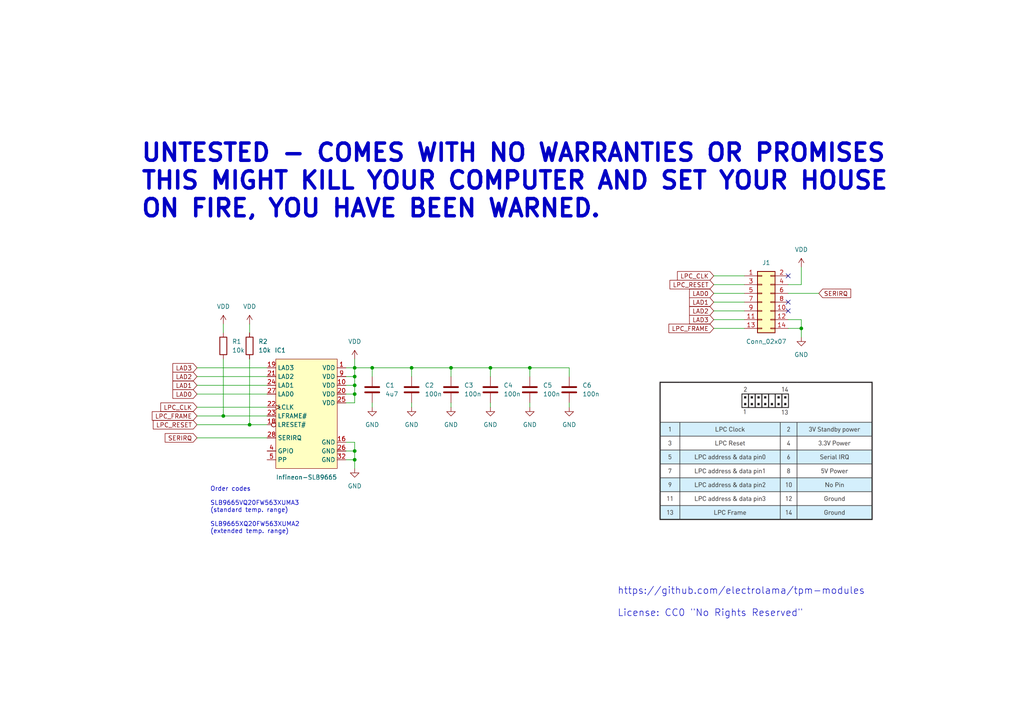
<source format=kicad_sch>
(kicad_sch (version 20230121) (generator eeschema)
  (paper "A4")
  (lib_symbols
    (symbol "Connector_Generic:Conn_02x07_Odd_Even" (pin_names (offset 1.016) hide)
      (property "Reference" "J" (at 1.27 10.16 0))
      (property "Value" "Conn_02x07_Odd_Even" (at 1.27 -10.16 0))
      (symbol "Conn_02x07_Odd_Even_1_1"
        (rectangle (start -1.27 -7.493) (end 0 -7.747) (stroke (width 0.1524)))
        (rectangle (start -1.27 -4.953) (end 0 -5.207) (stroke (width 0.1524)))
        (rectangle (start -1.27 -2.413) (end 0 -2.667) (stroke (width 0.1524)))
        (rectangle (start -1.27 0.127) (end 0 -0.127) (stroke (width 0.1524)))
        (rectangle (start -1.27 2.667) (end 0 2.413) (stroke (width 0.1524)))
        (rectangle (start -1.27 5.207) (end 0 4.953) (stroke (width 0.1524)))
        (rectangle (start -1.27 7.747) (end 0 7.493) (stroke (width 0.1524)))
        (rectangle (start -1.27 8.89) (end 3.81 -8.89) (stroke (width 0.254)) (fill (type background)))
        (rectangle (start 3.81 -7.493) (end 2.54 -7.747) (stroke (width 0.1524)))
        (rectangle (start 3.81 -4.953) (end 2.54 -5.207) (stroke (width 0.1524)))
        (rectangle (start 3.81 -2.413) (end 2.54 -2.667) (stroke (width 0.1524)))
        (rectangle (start 3.81 0.127) (end 2.54 -0.127) (stroke (width 0.1524)))
        (rectangle (start 3.81 2.667) (end 2.54 2.413) (stroke (width 0.1524)))
        (rectangle (start 3.81 5.207) (end 2.54 4.953) (stroke (width 0.1524)))
        (rectangle (start 3.81 7.747) (end 2.54 7.493) (stroke (width 0.1524)))
        (pin passive line (at -5.08 7.62 0) (length 3.81) (name "Pin_1") (number "1"))
        (pin passive line (at 7.62 -2.54 180) (length 3.81) (name "Pin_10") (number "10"))
        (pin passive line (at -5.08 -5.08 0) (length 3.81) (name "Pin_11") (number "11"))
        (pin passive line (at 7.62 -5.08 180) (length 3.81) (name "Pin_12") (number "12"))
        (pin passive line (at -5.08 -7.62 0) (length 3.81) (name "Pin_13") (number "13"))
        (pin passive line (at 7.62 -7.62 180) (length 3.81) (name "Pin_14") (number "14"))
        (pin passive line (at 7.62 7.62 180) (length 3.81) (name "Pin_2") (number "2"))
        (pin passive line (at -5.08 5.08 0) (length 3.81) (name "Pin_3") (number "3"))
        (pin passive line (at 7.62 5.08 180) (length 3.81) (name "Pin_4") (number "4"))
        (pin passive line (at -5.08 2.54 0) (length 3.81) (name "Pin_5") (number "5"))
        (pin passive line (at 7.62 2.54 180) (length 3.81) (name "Pin_6") (number "6"))
        (pin passive line (at -5.08 0 0) (length 3.81) (name "Pin_7") (number "7"))
        (pin passive line (at 7.62 0 180) (length 3.81) (name "Pin_8") (number "8"))
        (pin passive line (at -5.08 -2.54 0) (length 3.81) (name "Pin_9") (number "9"))
      )
    )
    (symbol "Device:C" (pin_numbers hide) (pin_names (offset 0.254))
      (property "Reference" "C" (at 0.635 2.54 0))
      (property "Value" "C" (at 0.635 -2.54 0))
      (symbol "C_0_1"
        (polyline (pts (xy -2.032 -0.762) (xy 2.032 -0.762)) (stroke (width 0.508)))
        (polyline (pts (xy -2.032 0.762) (xy 2.032 0.762)) (stroke (width 0.508)))
      )
      (symbol "C_1_1"
        (pin passive line (at 0 3.81 270) (length 2.794) (name "~") (number "1"))
        (pin passive line (at 0 -3.81 90) (length 2.794) (name "~") (number "2"))
      )
    )
    (symbol "Device:R" (pin_numbers hide) (pin_names (offset 0))
      (property "Reference" "R" (at 2.032 0 90))
      (property "Value" "R" (at 0 0 90))
      (symbol "R_0_1"
        (rectangle (start -1.016 -2.54) (end 1.016 2.54) (stroke (width 0.254)))
      )
      (symbol "R_1_1"
        (pin passive line (at 0 3.81 270) (length 1.27) (name "~") (number "1"))
        (pin passive line (at 0 -3.81 90) (length 1.27) (name "~") (number "2"))
      )
    )
    (symbol "power:GND" (power) (pin_names (offset 0))
      (property "Value" "GND" (at 0 -3.81 0))
      (symbol "GND_0_1"
        (polyline (pts (xy 0 0) (xy 0 -1.27) (xy 1.27 -1.27) (xy 0 -2.54) (xy -1.27 -1.27) (xy 0 -1.27)))
      )
      (symbol "GND_1_1"
        (pin power_in line (at 0 0 270) (length 0) hide (name "GND") (number "1"))
      )
    )
    (symbol "power:VDD" (power) (pin_names (offset 0))
      (property "Value" "VDD" (at 0 3.81 0))
      (symbol "VDD_0_1"
        (polyline (pts (xy -0.762 1.27) (xy 0 2.54)))
        (polyline (pts (xy 0 0) (xy 0 2.54)))
        (polyline (pts (xy 0 2.54) (xy 0.762 1.27)))
      )
      (symbol "VDD_1_1"
        (pin power_in line (at 0 0 90) (length 0) hide (name "VDD") (number "1"))
      )
    )
    (symbol "tpm:Infineon-SLB9665"
      (property "Reference" "IC" (at -7.62 17.78 0))
      (property "Value" "Infineon-SLB9665" (at 0 -16.51 0))
      (symbol "Infineon-SLB9665_0_1"
        (rectangle (start -8.89 16.51) (end 8.89 -15.24) (stroke (width 0.1524)) (fill (type background)))
      )
      (symbol "Infineon-SLB9665_1_1"
        (pin power_in line (at 11.43 13.97 180) (length 2.54) (name "VDD") (number "1"))
        (pin power_in line (at 11.43 8.89 180) (length 2.54) (name "VDD") (number "10"))
        (pin power_in line (at 11.43 -7.62 180) (length 2.54) (name "GND") (number "16"))
        (pin input inverted (at -11.43 -2.54 0) (length 2.54) (name "LRESET#") (number "18"))
        (pin bidirectional line (at -11.43 13.97 0) (length 2.54) (name "LAD3") (number "19"))
        (pin power_in line (at 11.43 6.35 180) (length 2.54) (name "VDD") (number "20"))
        (pin bidirectional line (at -11.43 11.43 0) (length 2.54) (name "LAD2") (number "21"))
        (pin input clock (at -11.43 2.54 0) (length 2.54) (name "LCLK") (number "22"))
        (pin input line (at -11.43 0 0) (length 2.54) (name "LFRAME#") (number "23"))
        (pin bidirectional line (at -11.43 8.89 0) (length 2.54) (name "LAD1") (number "24"))
        (pin power_in line (at 11.43 3.81 180) (length 2.54) (name "VDD") (number "25"))
        (pin power_in line (at 11.43 -10.16 180) (length 2.54) (name "GND") (number "26"))
        (pin bidirectional line (at -11.43 6.35 0) (length 2.54) (name "LAD0") (number "27"))
        (pin bidirectional line (at -11.43 -6.35 0) (length 2.54) (name "SERIRQ") (number "28"))
        (pin power_in line (at 11.43 -12.7 180) (length 2.54) (name "GND") (number "32"))
        (pin bidirectional line (at -11.43 -10.16 0) (length 2.54) (name "GPIO") (number "4"))
        (pin input line (at -11.43 -12.7 0) (length 2.54) (name "PP") (number "5"))
        (pin power_in line (at 11.43 11.43 180) (length 2.54) (name "VDD") (number "9"))
      )
    )
  )
  (junction (at 102.87 114.3) (diameter 0.9144))
  (junction (at 64.77 120.65) (diameter 0.9144))
  (junction (at 232.41 95.25) (diameter 0.9144))
  (junction (at 142.24 106.68) (diameter 0.9144))
  (junction (at 153.67 106.68) (diameter 0.9144))
  (junction (at 119.38 106.68) (diameter 0.9144))
  (junction (at 72.39 123.19) (diameter 0.9144))
  (junction (at 102.87 109.22) (diameter 0.9144))
  (junction (at 102.87 133.35) (diameter 0.9144))
  (junction (at 130.81 106.68) (diameter 0.9144))
  (junction (at 107.95 106.68) (diameter 0.9144))
  (junction (at 102.87 130.81) (diameter 0.9144))
  (junction (at 102.87 111.76) (diameter 0.9144))
  (junction (at 102.87 106.68) (diameter 0.9144))
  (no_connect (at 228.6 80.01))
  (no_connect (at 228.6 87.63))
  (no_connect (at 228.6 90.17))
  (wire (pts (xy 72.39 93.98) (xy 72.39 96.52)))
  (wire (pts (xy 207.01 90.17) (xy 215.9 90.17)))
  (wire (pts (xy 57.15 127) (xy 77.47 127)))
  (wire (pts (xy 57.15 111.76) (xy 77.47 111.76)))
  (wire (pts (xy 57.15 106.68) (xy 77.47 106.68)))
  (wire (pts (xy 100.33 130.81) (xy 102.87 130.81)))
  (wire (pts (xy 102.87 130.81) (xy 102.87 133.35)))
  (wire (pts (xy 57.15 118.11) (xy 77.47 118.11)))
  (wire (pts (xy 153.67 116.84) (xy 153.67 118.11)))
  (wire (pts (xy 100.33 114.3) (xy 102.87 114.3)))
  (wire (pts (xy 102.87 111.76) (xy 102.87 114.3)))
  (wire (pts (xy 100.33 109.22) (xy 102.87 109.22)))
  (wire (pts (xy 102.87 106.68) (xy 102.87 109.22)))
  (wire (pts (xy 130.81 106.68) (xy 130.81 109.22)))
  (wire (pts (xy 207.01 92.71) (xy 215.9 92.71)))
  (wire (pts (xy 153.67 106.68) (xy 165.1 106.68)))
  (wire (pts (xy 57.15 120.65) (xy 64.77 120.65)))
  (wire (pts (xy 64.77 120.65) (xy 77.47 120.65)))
  (wire (pts (xy 72.39 104.14) (xy 72.39 123.19)))
  (wire (pts (xy 57.15 123.19) (xy 72.39 123.19)))
  (wire (pts (xy 72.39 123.19) (xy 77.47 123.19)))
  (wire (pts (xy 100.33 133.35) (xy 102.87 133.35)))
  (wire (pts (xy 102.87 133.35) (xy 102.87 135.89)))
  (wire (pts (xy 107.95 116.84) (xy 107.95 118.11)))
  (wire (pts (xy 100.33 111.76) (xy 102.87 111.76)))
  (wire (pts (xy 102.87 109.22) (xy 102.87 111.76)))
  (wire (pts (xy 207.01 82.55) (xy 215.9 82.55)))
  (wire (pts (xy 165.1 106.68) (xy 165.1 109.22)))
  (wire (pts (xy 119.38 106.68) (xy 130.81 106.68)))
  (wire (pts (xy 207.01 95.25) (xy 215.9 95.25)))
  (wire (pts (xy 57.15 114.3) (xy 77.47 114.3)))
  (wire (pts (xy 228.6 82.55) (xy 232.41 82.55)))
  (wire (pts (xy 102.87 106.68) (xy 107.95 106.68)))
  (wire (pts (xy 207.01 85.09) (xy 215.9 85.09)))
  (wire (pts (xy 100.33 128.27) (xy 102.87 128.27)))
  (wire (pts (xy 102.87 128.27) (xy 102.87 130.81)))
  (wire (pts (xy 57.15 109.22) (xy 77.47 109.22)))
  (wire (pts (xy 232.41 77.47) (xy 232.41 82.55)))
  (wire (pts (xy 107.95 106.68) (xy 119.38 106.68)))
  (wire (pts (xy 228.6 95.25) (xy 232.41 95.25)))
  (wire (pts (xy 64.77 93.98) (xy 64.77 96.52)))
  (wire (pts (xy 130.81 106.68) (xy 142.24 106.68)))
  (wire (pts (xy 142.24 106.68) (xy 142.24 109.22)))
  (wire (pts (xy 100.33 106.68) (xy 102.87 106.68)))
  (wire (pts (xy 107.95 106.68) (xy 107.95 109.22)))
  (wire (pts (xy 119.38 106.68) (xy 119.38 109.22)))
  (wire (pts (xy 64.77 104.14) (xy 64.77 120.65)))
  (wire (pts (xy 130.81 116.84) (xy 130.81 118.11)))
  (wire (pts (xy 153.67 106.68) (xy 153.67 109.22)))
  (wire (pts (xy 119.38 116.84) (xy 119.38 118.11)))
  (wire (pts (xy 228.6 85.09) (xy 237.49 85.09)))
  (wire (pts (xy 142.24 116.84) (xy 142.24 118.11)))
  (wire (pts (xy 207.01 87.63) (xy 215.9 87.63)))
  (wire (pts (xy 207.01 80.01) (xy 215.9 80.01)))
  (wire (pts (xy 142.24 106.68) (xy 153.67 106.68)))
  (wire (pts (xy 102.87 104.14) (xy 102.87 106.68)))
  (wire (pts (xy 100.33 116.84) (xy 102.87 116.84)))
  (wire (pts (xy 102.87 114.3) (xy 102.87 116.84)))
  (wire (pts (xy 228.6 92.71) (xy 232.41 92.71)))
  (wire (pts (xy 232.41 92.71) (xy 232.41 95.25)))
  (wire (pts (xy 232.41 95.25) (xy 232.41 97.79)))
  (wire (pts (xy 165.1 116.84) (xy 165.1 118.11)))
  (image (at 222.25 130.81))
  (text "Order codes\n\nSLB9665VQ20FW563XUMA3\n(standard temp. range)\n\nSLB9665XQ20FW563XUMA2\n(extended temp. range)" (at 60.96 154.94 0) (effects (font (size 1.27 1.27)) (justify left bottom)))
  (text "https://github.com/electrolama/tpm-modules\n\nLicense: CC0 \"No Rights Reserved\"" (at 179.07 179.07 0) (effects (font (size 2 2)) (justify left bottom)))
  (text "UNTESTED - COMES WITH NO WARRANTIES OR PROMISES\nTHIS MIGHT KILL YOUR COMPUTER AND SET YOUR HOUSE\nON FIRE, YOU HAVE BEEN WARNED." (at 40.64 63.5 0) (effects (font (size 5 5) (thickness 1) bold) (justify left bottom)))
  (global_label "LAD0" (shape input) (at 207.01 85.09 180) (property "Intersheetrefs" "${INTERSHEET_REFS}" (effects hide)))
  (global_label "LPC_CLK" (shape input) (at 57.15 118.11 180) (property "Intersheetrefs" "${INTERSHEET_REFS}" (effects hide)))
  (global_label "LPC_CLK" (shape input) (at 207.01 80.01 180) (property "Intersheetrefs" "${INTERSHEET_REFS}" (effects hide)))
  (global_label "SERIRQ" (shape input) (at 57.15 127 180) (property "Intersheetrefs" "${INTERSHEET_REFS}" (effects hide)))
  (global_label "LAD3" (shape input) (at 207.01 92.71 180) (property "Intersheetrefs" "${INTERSHEET_REFS}" (effects hide)))
  (global_label "LPC_FRAME" (shape input) (at 57.15 120.65 180) (property "Intersheetrefs" "${INTERSHEET_REFS}" (effects hide)))
  (global_label "LAD3" (shape input) (at 57.15 106.68 180) (property "Intersheetrefs" "${INTERSHEET_REFS}" (effects hide)))
  (global_label "LAD2" (shape input) (at 57.15 109.22 180) (property "Intersheetrefs" "${INTERSHEET_REFS}" (effects hide)))
  (global_label "LPC_RESET" (shape input) (at 57.15 123.19 180) (property "Intersheetrefs" "${INTERSHEET_REFS}" (effects hide)))
  (global_label "LAD1" (shape input) (at 207.01 87.63 180) (property "Intersheetrefs" "${INTERSHEET_REFS}" (effects hide)))
  (global_label "LAD2" (shape input) (at 207.01 90.17 180) (property "Intersheetrefs" "${INTERSHEET_REFS}" (effects hide)))
  (global_label "SERIRQ" (shape input) (at 237.49 85.09 0) (property "Intersheetrefs" "${INTERSHEET_REFS}" (effects hide)))
  (global_label "LPC_RESET" (shape input) (at 207.01 82.55 180) (property "Intersheetrefs" "${INTERSHEET_REFS}" (effects hide)))
  (global_label "LPC_FRAME" (shape input) (at 207.01 95.25 180) (property "Intersheetrefs" "${INTERSHEET_REFS}" (effects hide)))
  (global_label "LAD0" (shape input) (at 57.15 114.3 180) (property "Intersheetrefs" "${INTERSHEET_REFS}" (effects hide)))
  (global_label "LAD1" (shape input) (at 57.15 111.76 180) (property "Intersheetrefs" "${INTERSHEET_REFS}" (effects hide)))
  (symbol (lib_id "power:VDD") (at 102.87 104.14 0) (unit 1)
    (property "Reference" "#PWR03" (effects hide))
    (property "Value" "VDD" (at 102.87 99.06 0))
  )
  (symbol (lib_id "power:GND") (at 165.1 118.11 0) (unit 1)
    (property "Reference" "#PWR010" (effects hide))
    (property "Value" "GND" (at 165.1 123.19 0))
  )
  (symbol (lib_id "power:VDD") (at 232.41 77.47 0) (unit 1)
    (property "Reference" "#PWR011" (effects hide))
    (property "Value" "VDD" (at 232.41 72.39 0))
  )
  (symbol (lib_id "power:GND") (at 232.41 97.79 0) (unit 1)
    (property "Reference" "#PWR012" (effects hide))
    (property "Value" "GND" (at 232.41 102.87 0))
  )
  (symbol (lib_id "Device:R") (at 64.77 100.33 0) (unit 1)
    (property "Reference" "R1" (at 67.31 99.0599 0) (effects (justify left)))
    (property "Value" "10k" (at 67.31 101.5999 0) (effects (justify left)))
    (property "Footprint" "Resistor_SMD:R_0402_1005Metric" (effects hide))
  )
  (symbol (lib_id "power:GND") (at 107.95 118.11 0) (unit 1)
    (property "Reference" "#PWR05" (effects hide))
    (property "Value" "GND" (at 107.95 123.19 0))
  )
  (symbol (lib_id "Device:C") (at 153.67 113.03 0) (unit 1)
    (property "Reference" "C5" (at 157.48 111.7599 0) (effects (justify left)))
    (property "Value" "100n" (at 157.48 114.2999 0) (effects (justify left)))
    (property "Footprint" "Capacitor_SMD:C_0402_1005Metric" (effects hide))
  )
  (symbol (lib_id "power:GND") (at 153.67 118.11 0) (unit 1)
    (property "Reference" "#PWR09" (effects hide))
    (property "Value" "GND" (at 153.67 123.19 0))
  )
  (symbol (lib_id "Connector_Generic:Conn_02x07_Odd_Even") (at 220.98 87.63 0) (unit 1)
    (property "Reference" "J1" (at 222.25 76.2 0))
    (property "Value" "Conn_02x07" (at 222.25 99.06 0))
    (property "Footprint" "Connector_PinSocket_2.54mm:PinSocket_2x07_P2.54mm_Horizontal" (effects hide))
  )
  (symbol (lib_id "power:GND") (at 130.81 118.11 0) (unit 1)
    (property "Reference" "#PWR07" (effects hide))
    (property "Value" "GND" (at 130.81 123.19 0))
  )
  (symbol (lib_id "Device:C") (at 119.38 113.03 0) (unit 1)
    (property "Reference" "C2" (at 123.19 111.7599 0) (effects (justify left)))
    (property "Value" "100n" (at 123.19 114.2999 0) (effects (justify left)))
    (property "Footprint" "Capacitor_SMD:C_0402_1005Metric" (effects hide))
  )
  (symbol (lib_id "Device:C") (at 142.24 113.03 0) (unit 1)
    (property "Reference" "C4" (at 146.05 111.7599 0) (effects (justify left)))
    (property "Value" "100n" (at 146.05 114.2999 0) (effects (justify left)))
    (property "Footprint" "Capacitor_SMD:C_0402_1005Metric" (effects hide))
  )
  (symbol (lib_id "power:GND") (at 119.38 118.11 0) (unit 1)
    (property "Reference" "#PWR06" (effects hide))
    (property "Value" "GND" (at 119.38 123.19 0))
  )
  (symbol (lib_id "Device:C") (at 165.1 113.03 0) (unit 1)
    (property "Reference" "C6" (at 168.91 111.7599 0) (effects (justify left)))
    (property "Value" "100n" (at 168.91 114.2999 0) (effects (justify left)))
    (property "Footprint" "Capacitor_SMD:C_0402_1005Metric" (effects hide))
  )
  (symbol (lib_id "power:VDD") (at 64.77 93.98 0) (unit 1)
    (property "Reference" "#PWR01" (effects hide))
    (property "Value" "VDD" (at 64.77 88.9 0))
  )
  (symbol (lib_id "power:GND") (at 102.87 135.89 0) (unit 1)
    (property "Reference" "#PWR04" (effects hide))
    (property "Value" "GND" (at 102.87 140.97 0))
  )
  (symbol (lib_id "Device:R") (at 72.39 100.33 0) (unit 1)
    (property "Reference" "R2" (at 74.93 99.0599 0) (effects (justify left)))
    (property "Value" "10k" (at 74.93 101.5999 0) (effects (justify left)))
    (property "Footprint" "Resistor_SMD:R_0402_1005Metric" (effects hide))
  )
  (symbol (lib_id "Device:C") (at 107.95 113.03 0) (unit 1)
    (property "Reference" "C1" (at 111.76 111.7599 0) (effects (justify left)))
    (property "Value" "4u7" (at 111.76 114.2999 0) (effects (justify left)))
    (property "Footprint" "Capacitor_SMD:C_0402_1005Metric" (effects hide))
  )
  (symbol (lib_id "power:GND") (at 142.24 118.11 0) (unit 1)
    (property "Reference" "#PWR08" (effects hide))
    (property "Value" "GND" (at 142.24 123.19 0))
  )
  (symbol (lib_id "Device:C") (at 130.81 113.03 0) (unit 1)
    (property "Reference" "C3" (at 134.62 111.7599 0) (effects (justify left)))
    (property "Value" "100n" (at 134.62 114.2999 0) (effects (justify left)))
    (property "Footprint" "Capacitor_SMD:C_0402_1005Metric" (effects hide))
  )
  (symbol (lib_id "tpm:Infineon-SLB9665") (at 88.9 120.65 0) (unit 1)
    (property "Reference" "IC1" (at 81.28 101.6 0))
    (property "Value" "Infineon-SLB9665" (at 88.9 138.43 0))
    (property "Footprint" "Package_DFN_QFN:QFN-32-1EP_5x5mm_P0.5mm_EP3.1x3.1mm" (effects hide))
  )
  (symbol (lib_id "power:VDD") (at 72.39 93.98 0) (unit 1)
    (property "Reference" "#PWR02" (effects hide))
    (property "Value" "VDD" (at 72.39 88.9 0))
  )
)
</source>
